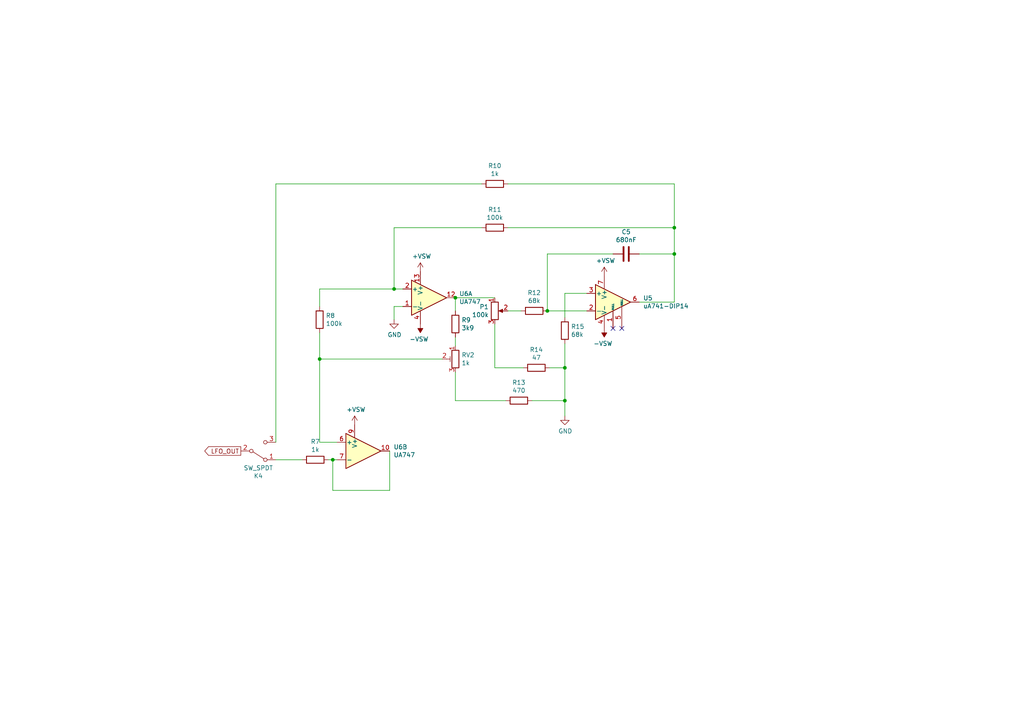
<source format=kicad_sch>
(kicad_sch (version 20230121) (generator eeschema)
  (paper "A4")
  (lib_symbols
    (symbol "Amplifier_Operational:LM741" (pin_names (offset 0.127))
      (property "Reference" "U" (at 0 6.35 0))
      (property "Value" "LM741" (at 0 3.81 0))
      (symbol "LM741_0_1"
        (polyline (pts (xy -5.08 5.08) (xy 5.08 0) (xy -5.08 -5.08) (xy -5.08 5.08)) (stroke (width 0.254)) (fill (type background)))
      )
      (symbol "LM741_1_1"
        (pin input line (at 0 -7.62 90) (length 5.08) (name "NULL") (number "1"))
        (pin input line (at -7.62 -2.54 0) (length 2.54) (name "-") (number "2"))
        (pin input line (at -7.62 2.54 0) (length 2.54) (name "+") (number "3"))
        (pin power_in line (at -2.54 -7.62 90) (length 3.81) (name "V-") (number "4"))
        (pin input line (at 2.54 -7.62 90) (length 6.35) (name "NULL") (number "5"))
        (pin output line (at 7.62 0 180) (length 2.54) (name "~") (number "6"))
        (pin power_in line (at -2.54 7.62 270) (length 3.81) (name "V+") (number "7"))
        (pin no_connect line (at 0 2.54 270) (length 2.54) hide (name "NC") (number "8"))
      )
    )
    (symbol "Device:C" (pin_numbers hide) (pin_names (offset 0.254))
      (property "Reference" "C" (at 0.635 2.54 0))
      (property "Value" "C" (at 0.635 -2.54 0))
      (symbol "C_0_1"
        (polyline (pts (xy -2.032 -0.762) (xy 2.032 -0.762)) (stroke (width 0.508)))
        (polyline (pts (xy -2.032 0.762) (xy 2.032 0.762)) (stroke (width 0.508)))
      )
      (symbol "C_1_1"
        (pin passive line (at 0 3.81 270) (length 2.794) (name "~") (number "1"))
        (pin passive line (at 0 -3.81 90) (length 2.794) (name "~") (number "2"))
      )
    )
    (symbol "Device:R" (pin_numbers hide) (pin_names (offset 0))
      (property "Reference" "R" (at 2.032 0 90))
      (property "Value" "R" (at 0 0 90))
      (symbol "R_0_1"
        (rectangle (start -1.016 -2.54) (end 1.016 2.54) (stroke (width 0.254)))
      )
      (symbol "R_1_1"
        (pin passive line (at 0 3.81 270) (length 1.27) (name "~") (number "1"))
        (pin passive line (at 0 -3.81 90) (length 1.27) (name "~") (number "2"))
      )
    )
    (symbol "Switch:SW_SPDT" (pin_names (offset 0) hide)
      (property "Reference" "SW" (at 0 4.318 0))
      (property "Value" "SW_SPDT" (at 0 -5.08 0))
      (symbol "SW_SPDT_0_0"
        (circle (center -2.032 0) (radius 0.508))
        (circle (center 2.032 -2.54) (radius 0.508))
      )
      (symbol "SW_SPDT_0_1"
        (polyline (pts (xy -1.524 0.254) (xy 1.651 2.286)))
        (circle (center 2.032 2.54) (radius 0.508))
      )
      (symbol "SW_SPDT_1_1"
        (pin passive line (at 5.08 2.54 180) (length 2.54) (name "A") (number "1"))
        (pin passive line (at -5.08 0 0) (length 2.54) (name "B") (number "2"))
        (pin passive line (at 5.08 -2.54 180) (length 2.54) (name "C") (number "3"))
      )
    )
    (symbol "janel-panel-minimoog-rescue:R_POT-Device" (pin_names (offset 1.016) hide)
      (property "Reference" "RV" (at -4.445 0 90))
      (property "Value" "Device_R_POT" (at -2.54 0 90))
      (symbol "R_POT-Device_0_1"
        (polyline (pts (xy 2.54 0) (xy 1.524 0)))
        (polyline (pts (xy 1.143 0) (xy 2.286 0.508) (xy 2.286 -0.508) (xy 1.143 0)) (fill (type outline)))
        (rectangle (start 1.016 2.54) (end -1.016 -2.54) (stroke (width 0.254)))
      )
      (symbol "R_POT-Device_1_1"
        (pin passive line (at 0 3.81 270) (length 1.27) (name "1") (number "1"))
        (pin passive line (at 3.81 0 180) (length 1.27) (name "2") (number "2"))
        (pin passive line (at 0 -3.81 90) (length 1.27) (name "3") (number "3"))
      )
    )
    (symbol "janel-panel-minimoog-rescue:R_POT_TRIM-Device" (pin_names (offset 1.016) hide)
      (property "Reference" "RV" (at -4.445 0 90))
      (property "Value" "Device_R_POT_TRIM" (at -2.54 0 90))
      (symbol "R_POT_TRIM-Device_0_1"
        (polyline (pts (xy 1.524 0.762) (xy 1.524 -0.762)))
        (polyline (pts (xy 2.54 0) (xy 1.524 0)))
        (rectangle (start 1.016 2.54) (end -1.016 -2.54) (stroke (width 0.254)))
      )
      (symbol "R_POT_TRIM-Device_1_1"
        (pin passive line (at 0 3.81 270) (length 1.27) (name "1") (number "1"))
        (pin passive line (at 3.81 0 180) (length 1.27) (name "2") (number "2"))
        (pin passive line (at 0 -3.81 90) (length 1.27) (name "3") (number "3"))
      )
    )
    (symbol "janel-panel-minimoog-rescue:UA747-Amplifier_Operational" (pin_names (offset 0.127))
      (property "Reference" "U" (at 0 6.35 0))
      (property "Value" "UA747-Amplifier_Operational" (at 0 3.81 0))
      (symbol "UA747-Amplifier_Operational_0_1"
        (polyline (pts (xy -5.08 5.08) (xy 5.08 0) (xy -5.08 -5.08) (xy -5.08 5.08)) (stroke (width 0.254)) (fill (type background)))
      )
      (symbol "UA747-Amplifier_Operational_1_1"
        (pin input line (at -7.62 -2.54 0) (length 2.54) (name "-") (number "1"))
        (pin output line (at 7.62 0 180) (length 2.54) (name "~") (number "12"))
        (pin power_in line (at -2.54 7.62 270) (length 3.81) (name "V+") (number "13"))
        (pin no_connect line (at 2.54 -7.62 90) (length 6.35) hide (name "Offset_1N1") (number "14"))
        (pin input line (at -7.62 2.54 0) (length 2.54) (name "+") (number "2"))
        (pin no_connect line (at 0 -7.62 90) (length 5.08) hide (name "Offset_1N2") (number "3"))
        (pin power_in line (at -2.54 -7.62 90) (length 3.81) (name "V-") (number "4"))
      )
      (symbol "UA747-Amplifier_Operational_2_1"
        (pin output line (at 7.62 0 180) (length 2.54) (name "~") (number "10"))
        (pin no_connect line (at -2.54 -7.62 90) (length 3.81) hide (name "NC") (number "11"))
        (pin no_connect line (at 0 -7.62 90) (length 5.08) hide (name "Offset_2N2") (number "5"))
        (pin input line (at -7.62 2.54 0) (length 2.54) (name "+") (number "6"))
        (pin input line (at -7.62 -2.54 0) (length 2.54) (name "-") (number "7"))
        (pin no_connect line (at 2.54 -7.62 90) (length 6.35) hide (name "Offset_2N1") (number "8"))
        (pin power_in line (at -2.54 7.62 270) (length 3.81) (name "V+") (number "9"))
      )
    )
    (symbol "power:+VSW" (power) (pin_names (offset 0))
      (property "Value" "+VSW" (at 0 3.556 0))
      (symbol "+VSW_0_1"
        (polyline (pts (xy -0.762 1.27) (xy 0 2.54)))
        (polyline (pts (xy 0 0) (xy 0 2.54)))
        (polyline (pts (xy 0 2.54) (xy 0.762 1.27)))
      )
      (symbol "+VSW_1_1"
        (pin power_in line (at 0 0 90) (length 0) hide (name "+VSW") (number "1"))
      )
    )
    (symbol "power:-VSW" (power) (pin_names (offset 0))
      (property "Value" "-VSW" (at 0 3.81 0))
      (symbol "-VSW_0_0"
        (pin power_in line (at 0 0 90) (length 0) hide (name "-VSW") (number "1"))
      )
      (symbol "-VSW_0_1"
        (polyline (pts (xy 0 0) (xy 0 1.27) (xy 0.762 1.27) (xy 0 2.54) (xy -0.762 1.27) (xy 0 1.27)) (fill (type outline)))
      )
    )
    (symbol "power:GND" (power) (pin_names (offset 0))
      (property "Value" "GND" (at 0 -3.81 0))
      (symbol "GND_0_1"
        (polyline (pts (xy 0 0) (xy 0 -1.27) (xy 1.27 -1.27) (xy 0 -2.54) (xy -1.27 -1.27) (xy 0 -1.27)))
      )
      (symbol "GND_1_1"
        (pin power_in line (at 0 0 270) (length 0) hide (name "GND") (number "1"))
      )
    )
  )
  (junction (at 195.58 66.04))
  (junction (at 163.83 106.68))
  (junction (at 114.3 83.82))
  (junction (at 195.58 73.66))
  (junction (at 96.52 133.35))
  (junction (at 158.75 90.17))
  (junction (at 132.08 86.36))
  (junction (at 163.83 116.205))
  (junction (at 92.71 104.14))
  (no_connect (at 180.34 95.25))
  (no_connect (at 177.8 95.25))
  (wire (pts (xy 96.52 142.24) (xy 113.03 142.24)))
  (wire (pts (xy 195.58 66.04) (xy 195.58 73.66)))
  (wire (pts (xy 132.08 86.36) (xy 132.08 90.17)))
  (wire (pts (xy 185.42 73.66) (xy 195.58 73.66)))
  (wire (pts (xy 128.27 104.14) (xy 92.71 104.14)))
  (wire (pts (xy 116.84 83.82) (xy 114.3 83.82)))
  (wire (pts (xy 132.08 116.205) (xy 132.08 107.95)))
  (wire (pts (xy 132.08 116.205) (xy 146.685 116.205)))
  (wire (pts (xy 132.08 86.36) (xy 143.51 86.36)))
  (wire (pts (xy 158.75 90.17) (xy 170.18 90.17)))
  (wire (pts (xy 114.3 83.82) (xy 114.3 66.04)))
  (wire (pts (xy 132.08 97.79) (xy 132.08 100.33)))
  (wire (pts (xy 158.75 73.66) (xy 158.75 90.17)))
  (wire (pts (xy 113.03 142.24) (xy 113.03 130.81)))
  (wire (pts (xy 114.3 83.82) (xy 92.71 83.82)))
  (wire (pts (xy 143.51 106.68) (xy 151.765 106.68)))
  (wire (pts (xy 114.3 92.71) (xy 114.3 88.9)))
  (wire (pts (xy 195.58 53.34) (xy 195.58 66.04)))
  (wire (pts (xy 147.32 90.17) (xy 151.13 90.17)))
  (wire (pts (xy 114.3 88.9) (xy 116.84 88.9)))
  (wire (pts (xy 139.7 53.34) (xy 80.01 53.34)))
  (wire (pts (xy 163.83 92.075) (xy 163.83 85.09)))
  (wire (pts (xy 163.83 85.09) (xy 170.18 85.09)))
  (wire (pts (xy 195.58 73.66) (xy 195.58 87.63)))
  (wire (pts (xy 97.79 133.35) (xy 96.52 133.35)))
  (wire (pts (xy 92.71 96.52) (xy 92.71 104.14)))
  (wire (pts (xy 154.305 116.205) (xy 163.83 116.205)))
  (wire (pts (xy 195.58 87.63) (xy 185.42 87.63)))
  (wire (pts (xy 163.83 106.68) (xy 163.83 116.205)))
  (wire (pts (xy 96.52 133.35) (xy 96.52 142.24)))
  (wire (pts (xy 143.51 93.98) (xy 143.51 106.68)))
  (wire (pts (xy 92.71 104.14) (xy 92.71 128.27)))
  (wire (pts (xy 147.32 53.34) (xy 195.58 53.34)))
  (wire (pts (xy 114.3 66.04) (xy 139.7 66.04)))
  (wire (pts (xy 92.71 83.82) (xy 92.71 88.9)))
  (wire (pts (xy 96.52 133.35) (xy 95.25 133.35)))
  (wire (pts (xy 80.01 133.35) (xy 87.63 133.35)))
  (wire (pts (xy 177.8 73.66) (xy 158.75 73.66)))
  (wire (pts (xy 163.83 116.205) (xy 163.83 120.65)))
  (wire (pts (xy 163.83 99.695) (xy 163.83 106.68)))
  (wire (pts (xy 147.32 66.04) (xy 195.58 66.04)))
  (wire (pts (xy 159.385 106.68) (xy 163.83 106.68)))
  (wire (pts (xy 80.01 53.34) (xy 80.01 128.27)))
  (wire (pts (xy 92.71 128.27) (xy 97.79 128.27)))
  (global_label "LFO_OUT" (shape output) (at 69.85 130.81 180) (property "Intersheetrefs" "${INTERSHEET_REFS}" (effects hide)))
  (symbol (lib_id "janel-panel-minimoog-rescue:UA747-Amplifier_Operational") (at 124.46 86.36 0) (unit 1)
    (property "Reference" "U6" (at 133.1976 85.1916 0) (effects (justify left)))
    (property "Value" "UA747" (at 133.1976 87.503 0) (effects (justify left)))
    (property "Footprint" "Package_DIP:DIP-14_W7.62mm_Socket_LongPads" (effects hide))
    (property "Datasheet" "https://www.ti.com/lit/ds/symlink/ua747.pdf" (effects hide))
    (instances (project "janel-panel-minimoog" (path "" (reference "U6") (unit 1)) (path "" (reference "U?") (unit 1)) (path "" (reference "U?") (unit 1))))
  )
  (symbol (lib_id "janel-panel-minimoog-rescue:UA747-Amplifier_Operational") (at 105.41 130.81 0) (unit 2)
    (property "Reference" "U6" (at 114.1476 129.6416 0) (effects (justify left)))
    (property "Value" "UA747" (at 114.1476 131.953 0) (effects (justify left)))
    (property "Footprint" "Package_DIP:DIP-14_W7.62mm_Socket_LongPads" (effects hide))
    (property "Datasheet" "https://www.ti.com/lit/ds/symlink/ua747.pdf" (effects hide))
    (instances (project "janel-panel-minimoog" (path "" (reference "U6") (unit 2)) (path "" (reference "U?") (unit 2)) (path "" (reference "U?") (unit 2))))
  )
  (symbol (lib_id "power:+VSW") (at 121.92 78.74 0) (unit 1)
    (property "Reference" "#PWR011" (effects hide))
    (property "Value" "+VSW" (at 122.301 74.3458 0))
    (instances (project "janel-panel-minimoog" (path "" (reference "#PWR011") (unit 1)) (path "" (reference "#PWR?") (unit 1))))
  )
  (symbol (lib_id "power:-VSW") (at 121.92 93.98 180) (unit 1)
    (property "Reference" "#PWR012" (effects hide))
    (property "Value" "-VSW" (at 121.539 98.3742 0))
    (instances (project "janel-panel-minimoog" (path "" (reference "#PWR012") (unit 1)) (path "" (reference "#PWR?") (unit 1))))
  )
  (symbol (lib_id "power:-VSW") (at 175.26 95.25 180) (unit 1)
    (property "Reference" "#PWR015" (effects hide))
    (property "Value" "-VSW" (at 174.879 99.6442 0))
    (instances (project "janel-panel-minimoog" (path "" (reference "#PWR015") (unit 1)) (path "" (reference "#PWR?") (unit 1))))
  )
  (symbol (lib_id "Amplifier_Operational:LM741") (at 177.8 87.63 0) (unit 1)
    (property "Reference" "U5" (at 186.5376 86.4616 0) (effects (justify left)))
    (property "Value" "uA741-DIP14" (at 186.5376 88.773 0) (effects (justify left)))
    (property "Footprint" "Package_DIP:DIP-8_W7.62mm_Socket_LongPads" (effects hide))
    (property "Datasheet" "http://www.ti.com/lit/ds/symlink/lm741.pdf" (effects hide))
    (instances (project "janel-panel-minimoog" (path "" (reference "U5") (unit 1)) (path "" (reference "U?") (unit 1))))
  )
  (symbol (lib_id "power:+VSW") (at 175.26 80.01 0) (unit 1)
    (property "Reference" "#PWR014" (effects hide))
    (property "Value" "+VSW" (at 175.641 75.6158 0))
    (instances (project "janel-panel-minimoog" (path "" (reference "#PWR014") (unit 1)) (path "" (reference "#PWR?") (unit 1))))
  )
  (symbol (lib_id "power:+VSW") (at 102.87 123.19 0) (unit 1)
    (property "Reference" "#PWR09" (effects hide))
    (property "Value" "+VSW" (at 103.251 118.7958 0))
    (instances (project "janel-panel-minimoog" (path "" (reference "#PWR09") (unit 1)) (path "" (reference "#PWR?") (unit 1))))
  )
  (symbol (lib_id "janel-panel-minimoog-rescue:R_POT_TRIM-Device") (at 132.08 104.14 0) (mirror y) (unit 1)
    (property "Reference" "RV2" (at 133.858 102.9716 0) (effects (justify right)))
    (property "Value" "1k" (at 133.858 105.283 0) (effects (justify right)))
    (property "Footprint" "Potentiometer_THT:Potentiometer_Bourns_3296W_Vertical" (effects hide))
    (instances (project "janel-panel-minimoog" (path "" (reference "RV2") (unit 1)) (path "" (reference "RV?") (unit 1)) (path "" (reference "RV2") (unit 1))))
  )
  (symbol (lib_id "Device:C") (at 181.61 73.66 270) (unit 1)
    (property "Reference" "C5" (at 181.61 67.2592 90))
    (property "Value" "680nF" (at 181.61 69.5706 90))
    (property "Footprint" "Capacitor_THT:C_Disc_D5.0mm_W2.5mm_P5.00mm" (effects hide))
    (instances (project "janel-panel-minimoog" (path "" (reference "C5") (unit 1)) (path "" (reference "C?") (unit 1))))
  )
  (symbol (lib_id "Device:R") (at 150.495 116.205 270) (unit 1)
    (property "Reference" "R13" (at 150.495 110.9472 90))
    (property "Value" "470" (at 150.495 113.2586 90))
    (property "Footprint" "Resistor_THT:R_Axial_DIN0207_L6.3mm_D2.5mm_P15.24mm_Horizontal" (effects hide))
    (instances (project "janel-panel-minimoog" (path "" (reference "R13") (unit 1)) (path "" (reference "R?") (unit 1))))
  )
  (symbol (lib_id "Device:R") (at 155.575 106.68 270) (unit 1)
    (property "Reference" "R14" (at 155.575 101.4222 90))
    (property "Value" "47" (at 155.575 103.7336 90))
    (property "Footprint" "Resistor_THT:R_Axial_DIN0207_L6.3mm_D2.5mm_P15.24mm_Horizontal" (effects hide))
    (instances (project "janel-panel-minimoog" (path "" (reference "R14") (unit 1)) (path "" (reference "R?") (unit 1))))
  )
  (symbol (lib_id "Device:R") (at 154.94 90.17 270) (unit 1)
    (property "Reference" "R12" (at 154.94 84.9122 90))
    (property "Value" "68k" (at 154.94 87.2236 90))
    (property "Footprint" "Resistor_THT:R_Axial_DIN0207_L6.3mm_D2.5mm_P15.24mm_Horizontal" (effects hide))
    (instances (project "janel-panel-minimoog" (path "" (reference "R12") (unit 1)) (path "" (reference "R?") (unit 1))))
  )
  (symbol (lib_id "Device:R") (at 163.83 95.885 0) (unit 1)
    (property "Reference" "R15" (at 165.608 94.7166 0) (effects (justify left)))
    (property "Value" "68k" (at 165.608 97.028 0) (effects (justify left)))
    (property "Footprint" "Resistor_THT:R_Axial_DIN0207_L6.3mm_D2.5mm_P15.24mm_Horizontal" (effects hide))
    (instances (project "janel-panel-minimoog" (path "" (reference "R15") (unit 1)) (path "" (reference "R?") (unit 1))))
  )
  (symbol (lib_id "Device:R") (at 132.08 93.98 0) (unit 1)
    (property "Reference" "R9" (at 133.858 92.8116 0) (effects (justify left)))
    (property "Value" "3k9" (at 133.858 95.123 0) (effects (justify left)))
    (property "Footprint" "Resistor_THT:R_Axial_DIN0207_L6.3mm_D2.5mm_P15.24mm_Horizontal" (effects hide))
    (instances (project "janel-panel-minimoog" (path "" (reference "R9") (unit 1)) (path "" (reference "R?") (unit 1))))
  )
  (symbol (lib_id "Device:R") (at 92.71 92.71 0) (unit 1)
    (property "Reference" "R8" (at 94.488 91.5416 0) (effects (justify left)))
    (property "Value" "100k" (at 94.488 93.853 0) (effects (justify left)))
    (property "Footprint" "Resistor_THT:R_Axial_DIN0207_L6.3mm_D2.5mm_P15.24mm_Horizontal" (effects hide))
    (instances (project "janel-panel-minimoog" (path "" (reference "R8") (unit 1)) (path "" (reference "R?") (unit 1))))
  )
  (symbol (lib_id "Device:R") (at 143.51 66.04 270) (unit 1)
    (property "Reference" "R11" (at 143.51 60.7822 90))
    (property "Value" "100k" (at 143.51 63.0936 90))
    (property "Footprint" "Resistor_THT:R_Axial_DIN0207_L6.3mm_D2.5mm_P15.24mm_Horizontal" (effects hide))
    (instances (project "janel-panel-minimoog" (path "" (reference "R11") (unit 1)) (path "" (reference "R?") (unit 1))))
  )
  (symbol (lib_id "janel-panel-minimoog-rescue:R_POT-Device") (at 143.51 90.17 0) (unit 1)
    (property "Reference" "P1" (at 141.7574 89.0016 0) (effects (justify right)))
    (property "Value" "100k" (at 141.7574 91.313 0) (effects (justify right)))
    (property "Footprint" "Connector_PinSocket_2.54mm:PinSocket_1x03_P2.54mm_Vertical" (effects hide))
    (instances (project "janel-panel-minimoog" (path "" (reference "P1") (unit 1)) (path "" (reference "P?") (unit 1)) (path "" (reference "P1") (unit 1))))
  )
  (symbol (lib_id "Device:R") (at 91.44 133.35 270) (unit 1)
    (property "Reference" "R7" (at 91.44 128.0922 90))
    (property "Value" "1k" (at 91.44 130.4036 90))
    (property "Footprint" "Resistor_THT:R_Axial_DIN0207_L6.3mm_D2.5mm_P15.24mm_Horizontal" (effects hide))
    (instances (project "janel-panel-minimoog" (path "" (reference "R7") (unit 1)) (path "" (reference "R?") (unit 1))))
  )
  (symbol (lib_id "power:GND") (at 114.3 92.71 0) (unit 1)
    (property "Reference" "#PWR010" (effects hide))
    (property "Value" "GND" (at 114.427 97.1042 0))
    (instances (project "janel-panel-minimoog" (path "" (reference "#PWR010") (unit 1)) (path "" (reference "#PWR?") (unit 1))))
  )
  (symbol (lib_id "power:GND") (at 163.83 120.65 0) (unit 1)
    (property "Reference" "#PWR013" (effects hide))
    (property "Value" "GND" (at 163.957 125.0442 0))
    (instances (project "janel-panel-minimoog" (path "" (reference "#PWR013") (unit 1)) (path "" (reference "#PWR?") (unit 1))))
  )
  (symbol (lib_id "Switch:SW_SPDT") (at 74.93 130.81 0) (mirror x) (unit 1)
    (property "Reference" "K4" (at 74.93 138.049 0))
    (property "Value" "SW_SPDT" (at 74.93 135.7376 0))
    (property "Footprint" "Connector_PinSocket_2.54mm:PinSocket_1x03_P2.54mm_Vertical" (effects hide))
    (instances (project "janel-panel-minimoog" (path "" (reference "K4") (unit 1)) (path "" (reference "K?") (unit 1))))
  )
  (symbol (lib_id "Device:R") (at 143.51 53.34 270) (unit 1)
    (property "Reference" "R10" (at 143.51 48.0822 90))
    (property "Value" "1k" (at 143.51 50.3936 90))
    (property "Footprint" "Resistor_THT:R_Axial_DIN0207_L6.3mm_D2.5mm_P15.24mm_Horizontal" (effects hide))
    (instances (project "janel-panel-minimoog" (path "" (reference "R10") (unit 1)) (path "" (reference "R?") (unit 1))))
  )
)
</source>
